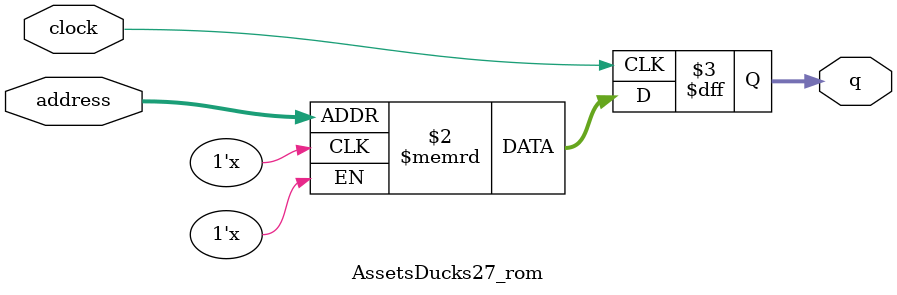
<source format=sv>
module AssetsDucks27_rom (
	input logic clock,
	input logic [12:0] address,
	output logic [3:0] q
);

logic [3:0] memory [0:4351] /* synthesis ram_init_file = "./AssetsDucks27/AssetsDucks27.mif" */;

always_ff @ (posedge clock) begin
	q <= memory[address];
end

endmodule

</source>
